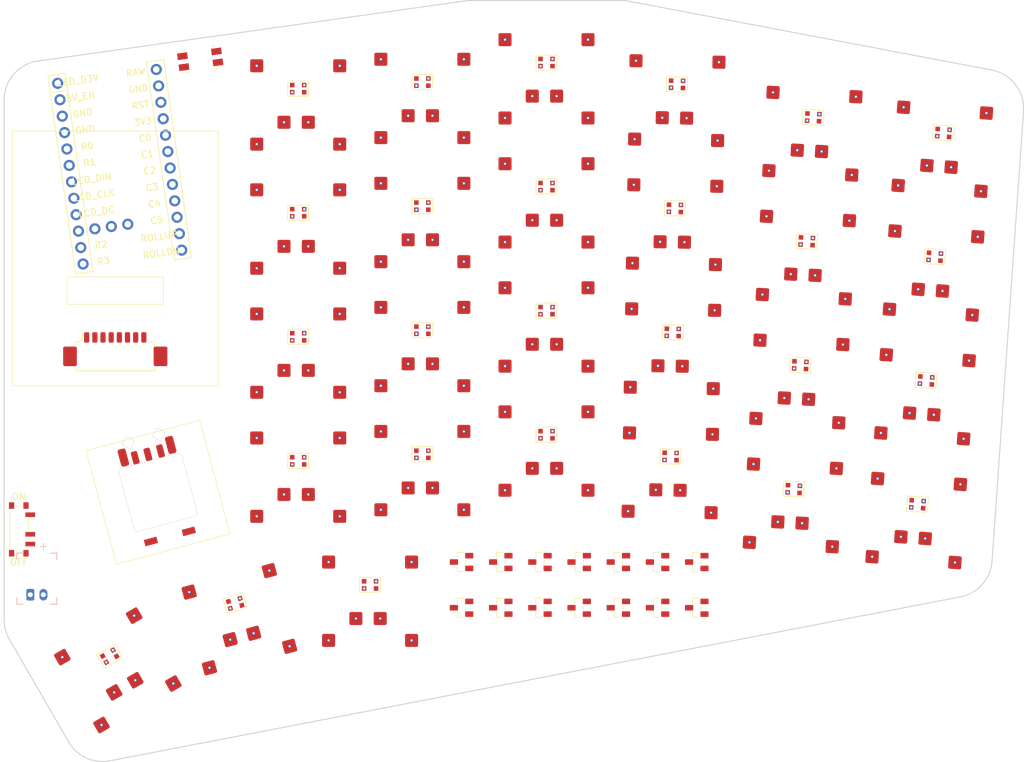
<source format=kicad_pcb>
(kicad_pcb (version 20240108) (generator "ergogen") (generator_version "4.1.0")
  (title_block (title "toomanykeys_right_unrouted") (date "2025-06-08") (rev "0.1") (company "huntercook"))
  (layers (0 "F.Cu" signal) (31 "B.Cu" signal) (34 "B.Paste" user) (35 "F.Paste" user) (36 "B.SilkS" user "B.Silkscreen") (37 "F.SilkS" user "F.Silkscreen") (38 "B.Mask" user) (39 "F.Mask" user) (44 "Edge.Cuts" user))
  (net 0 "")
  (net 1 "RAW")
  (net 2 "GND")
  (net 3 "RST")
  (net 4 "3V3")
  (net 5 "C0")
  (net 6 "C1")
  (net 7 "C2")
  (net 8 "C3")
  (net 9 "C4")
  (net 10 "C5")
  (net 11 "ROLLUP")
  (net 12 "ROLLDN")
  (net 13 "LED_D3V")
  (net 14 "5V_EN")
  (net 15 "R0")
  (net 16 "R1")
  (net 17 "LCD_DIN")
  (net 18 "LCD_CLK")
  (net 19 "LCD_DC")
  (net 20 "LCD_BL")
  (net 21 "R2")
  (net 22 "R3")
  (net 23 "R4")
  (net 24 "LCD_CS")
  (net 25 "LCD_RST")
  (net 26 "MCU1_24")
  (net 27 "MCU1_1")
  (net 28 "MCU1_23")
  (net 29 "MCU1_2")
  (net 30 "MCU1_22")
  (net 31 "MCU1_3")
  (net 32 "MCU1_21")
  (net 33 "MCU1_4")
  (net 34 "MCU1_20")
  (net 35 "MCU1_5")
  (net 36 "MCU1_19")
  (net 37 "MCU1_6")
  (net 38 "MCU1_18")
  (net 39 "MCU1_7")
  (net 40 "MCU1_17")
  (net 41 "MCU1_8")
  (net 42 "MCU1_16")
  (net 43 "MCU1_9")
  (net 44 "MCU1_15")
  (net 45 "MCU1_10")
  (net 46 "MCU1_14")
  (net 47 "MCU1_11")
  (net 48 "MCU1_13")
  (net 49 "MCU1_12")
  (net 50 "mirror_outer_bottom")
  (net 51 "mirror_outer_home")
  (net 52 "mirror_outer_top")
  (net 53 "mirror_outer_num")
  (net 54 "mirror_pinky_bottom")
  (net 55 "mirror_pinky_home")
  (net 56 "mirror_pinky_top")
  (net 57 "mirror_pinky_num")
  (net 58 "mirror_ring_bottom")
  (net 59 "mirror_ring_home")
  (net 60 "mirror_ring_top")
  (net 61 "mirror_ring_num")
  (net 62 "mirror_middle_bottom")
  (net 63 "mirror_middle_home")
  (net 64 "mirror_middle_top")
  (net 65 "mirror_middle_num")
  (net 66 "mirror_index_bottom")
  (net 67 "mirror_index_home")
  (net 68 "mirror_index_top")
  (net 69 "mirror_index_num")
  (net 70 "mirror_inner_bottom")
  (net 71 "mirror_inner_home")
  (net 72 "mirror_inner_top")
  (net 73 "mirror_inner_num")
  (net 74 "mirror_near_fan")
  (net 75 "mirror_mid_fan")
  (net 76 "mirror_far_fan")
  (net 77 "LED_27")
  (net 78 "LED_26")
  (net 79 "5V")
  (net 80 "LED_25")
  (net 81 "LED_24")
  (net 82 "LED_23")
  (net 83 "LED_19")
  (net 84 "LED_18")
  (net 85 "LED_17")
  (net 86 "LED_16")
  (net 87 "LED_15")
  (net 88 "LED_11")
  (net 89 "LED_10")
  (net 90 "LED_9")
  (net 91 "LED_8")
  (net 92 "LED_7")
  (net 93 "LED_3")
  (net 94 "LED_2")
  (net 95 "LED_1")
  (net 96 "LED_D5V")
  (net 97 "LED_20")
  (net 98 "LED_21")
  (net 99 "LED_22")
  (net 100 "LED_12")
  (net 101 "LED_13")
  (net 102 "LED_14")
  (net 103 "LED_4")
  (net 104 "LED_5")
  (net 105 "LED_6")
  (net 106 "mirror_roller")
  (net 107 "BAT_P")
  (net 108 "JST1_1")
  (net 109 "JST1_2")
  (footprint "ceoloide:mcu_nice_nano" (layer "F.Cu") (at 230.30685530000005 104.5570229 8)
    (property "Reference" "MCU1" hide)
  )
  (footprint "PG1316S" (at 352.4001822 160 -4) (layer "F.Cu")
    (property "Reference" "S1" hide)
  )
  (footprint "PG1316S" (at 353.72555520000003 141.046283 -4) (layer "F.Cu")
    (property "Reference" "S2" hide)
  )
  (footprint "PG1316S" (at 355.05092820000004 122.09256599999999 -4) (layer "F.Cu")
    (property "Reference" "S3" hide)
  )
  (footprint "PG1316S" (at 356.3763012 103.138849 -4) (layer "F.Cu")
    (property "Reference" "S4" hide)
  )
  (footprint "PG1316S" (at 333.5162217 157.6770629 -3) (layer "F.Cu")
    (property "Reference" "S5" hide)
  )
  (footprint "PG1316S" (at 334.51060490000003 138.70310170000002 -3) (layer "F.Cu")
    (property "Reference" "S6" hide)
  )
  (footprint "PG1316S" (at 335.5049881 119.72914050000001 -3) (layer "F.Cu")
    (property "Reference" "S7" hide)
  )
  (footprint "PG1316S" (at 336.4993713 100.75517930000001 -3) (layer "F.Cu")
    (property "Reference" "S8" hide)
  )
  (footprint "PG1316S" (at 314.7516044 152.6881616 -1) (layer "F.Cu")
    (property "Reference" "S9" hide)
  )
  (footprint "PG1316S" (at 315.0832001 133.6910554 -1) (layer "F.Cu")
    (property "Reference" "S10" hide)
  )
  (footprint "PG1316S" (at 315.4147958 114.6939492 -1) (layer "F.Cu")
    (property "Reference" "S11" hide)
  )
  (footprint "PG1316S" (at 315.7463915 95.696843 -1) (layer "F.Cu")
    (property "Reference" "S12" hide)
  )
  (footprint "PG1316S" (at 295.8068554 149.3570229 0) (layer "F.Cu")
    (property "Reference" "S13" hide)
  )
  (footprint "PG1316S" (at 295.8068554 130.3570229 0) (layer "F.Cu")
    (property "Reference" "S14" hide)
  )
  (footprint "PG1316S" (at 295.8068554 111.3570229 0) (layer "F.Cu")
    (property "Reference" "S15" hide)
  )
  (footprint "PG1316S" (at 295.8068554 92.3570229 0) (layer "F.Cu")
    (property "Reference" "S16" hide)
  )
  (footprint "PG1316S" (at 276.80685530000005 152.3570228 0) (layer "F.Cu")
    (property "Reference" "S17" hide)
  )
  (footprint "PG1316S" (at 276.80685530000005 133.3570228 0) (layer "F.Cu")
    (property "Reference" "S18" hide)
  )
  (footprint "PG1316S" (at 276.80685530000005 114.35702280000001 0) (layer "F.Cu")
    (property "Reference" "S19" hide)
  )
  (footprint "PG1316S" (at 276.80685530000005 95.35702280000001 0) (layer "F.Cu")
    (property "Reference" "S20" hide)
  )
  (footprint "PG1316S" (at 257.80685530000005 153.3570229 0) (layer "F.Cu")
    (property "Reference" "S21" hide)
  )
  (footprint "PG1316S" (at 257.80685530000005 134.3570229 0) (layer "F.Cu")
    (property "Reference" "S22" hide)
  )
  (footprint "PG1316S" (at 257.80685530000005 115.3570229 0) (layer "F.Cu")
    (property "Reference" "S23" hide)
  )
  (footprint "PG1316S" (at 257.80685530000005 96.3570229 0) (layer "F.Cu")
    (property "Reference" "S24" hide)
  )
  (footprint "PG1316S" (at 268.80685530000005 172.3570228 0) (layer "F.Cu")
    (property "Reference" "S25" hide)
  )
  (footprint "PG1316S" (at 248.80685530000002 175.1070228 15) (layer "F.Cu")
    (property "Reference" "S26" hide)
  )
  (footprint "PG1316S" (at 230.2000911 182.9396997 30) (layer "F.Cu")
    (property "Reference" "S27" hide)
  )
  (footprint "LED_WS2812B-2020_PLCC4_2.0x2.0mm" (at 352.5745734 157.5060899 -184) (layer "F.Cu")
    (property "Reference" "LED1" hide)
  )
  (footprint "LED_WS2812B-2020_PLCC4_2.0x2.0mm" (at 353.89994640000003 138.5523729 -184) (layer "F.Cu")
    (property "Reference" "LED2" hide)
  )
  (footprint "LED_WS2812B-2020_PLCC4_2.0x2.0mm" (at 355.22531940000005 119.5986559 -184) (layer "F.Cu")
    (property "Reference" "LED3" hide)
  )
  (footprint "LED_WS2812B-2020_PLCC4_2.0x2.0mm" (at 356.5506924 100.6449389 -184) (layer "F.Cu")
    (property "Reference" "LED4" hide)
  )
  (footprint "LED_WS2812B-2020_PLCC4_2.0x2.0mm" (at 314.7952354 150.1885424 -181) (layer "F.Cu")
    (property "Reference" "LED5" hide)
  )
  (footprint "LED_WS2812B-2020_PLCC4_2.0x2.0mm" (at 315.1268311 131.1914362 -181) (layer "F.Cu")
    (property "Reference" "LED6" hide)
  )
  (footprint "LED_WS2812B-2020_PLCC4_2.0x2.0mm" (at 315.4584268 112.19433000000001 -181) (layer "F.Cu")
    (property "Reference" "LED7" hide)
  )
  (footprint "LED_WS2812B-2020_PLCC4_2.0x2.0mm" (at 315.7900225 93.1972238 -181) (layer "F.Cu")
    (property "Reference" "LED8" hide)
  )
  (footprint "LED_WS2812B-2020_PLCC4_2.0x2.0mm" (at 276.80685530000005 149.8570228 -180) (layer "F.Cu")
    (property "Reference" "LED9" hide)
  )
  (footprint "LED_WS2812B-2020_PLCC4_2.0x2.0mm" (at 276.80685530000005 130.8570228 -180) (layer "F.Cu")
    (property "Reference" "LED10" hide)
  )
  (footprint "LED_WS2812B-2020_PLCC4_2.0x2.0mm" (at 276.80685530000005 111.85702280000001 -180) (layer "F.Cu")
    (property "Reference" "LED11" hide)
  )
  (footprint "LED_WS2812B-2020_PLCC4_2.0x2.0mm" (at 276.80685530000005 92.85702280000001 -180) (layer "F.Cu")
    (property "Reference" "LED12" hide)
  )
  (footprint "LED_WS2812B-2020_PLCC4_2.0x2.0mm" (at 268.80685530000005 169.8570228 -180) (layer "F.Cu")
    (property "Reference" "LED13" hide)
  )
  (footprint "LED_WS2812B-2020_PLCC4_2.0x2.0mm" (at 248.15980770000002 172.6922082 -165) (layer "F.Cu")
    (property "Reference" "LED14" hide)
  )
  (footprint "LED_WS2812B-2020_PLCC4_2.0x2.0mm" (at 228.9500911 180.7746362 -150) (layer "F.Cu")
    (property "Reference" "LED15" hide)
  )
  (footprint "LED_WS2812B-2020_PLCC4_2.0x2.0mm" (at 333.64706160000003 155.18048910000002 -3) (layer "F.Cu")
    (property "Reference" "LED16" hide)
  )
  (footprint "LED_WS2812B-2020_PLCC4_2.0x2.0mm" (at 334.64144480000004 136.20652790000003 -3) (layer "F.Cu")
    (property "Reference" "LED17" hide)
  )
  (footprint "LED_WS2812B-2020_PLCC4_2.0x2.0mm" (at 335.635828 117.2325667 -3) (layer "F.Cu")
    (property "Reference" "LED18" hide)
  )
  (footprint "LED_WS2812B-2020_PLCC4_2.0x2.0mm" (at 336.6302112 98.25860550000002 -3) (layer "F.Cu")
    (property "Reference" "LED19" hide)
  )
  (footprint "LED_WS2812B-2020_PLCC4_2.0x2.0mm" (at 295.8068554 146.8570229 0) (layer "F.Cu")
    (property "Reference" "LED20" hide)
  )
  (footprint "LED_WS2812B-2020_PLCC4_2.0x2.0mm" (at 295.8068554 127.8570229 0) (layer "F.Cu")
    (property "Reference" "LED21" hide)
  )
  (footprint "LED_WS2812B-2020_PLCC4_2.0x2.0mm" (at 295.8068554 108.8570229 0) (layer "F.Cu")
    (property "Reference" "LED22" hide)
  )
  (footprint "LED_WS2812B-2020_PLCC4_2.0x2.0mm" (at 295.8068554 89.8570229 0) (layer "F.Cu")
    (property "Reference" "LED23" hide)
  )
  (footprint "LED_WS2812B-2020_PLCC4_2.0x2.0mm" (at 257.80685530000005 150.8570229 0) (layer "F.Cu")
    (property "Reference" "LED24" hide)
  )
  (footprint "LED_WS2812B-2020_PLCC4_2.0x2.0mm" (at 257.80685530000005 131.8570229 0) (layer "F.Cu")
    (property "Reference" "LED25" hide)
  )
  (footprint "LED_WS2812B-2020_PLCC4_2.0x2.0mm" (at 257.80685530000005 112.8570229 0) (layer "F.Cu")
    (property "Reference" "LED26" hide)
  )
  (footprint "LED_WS2812B-2020_PLCC4_2.0x2.0mm" (at 257.80685530000005 93.8570229 0) (layer "F.Cu")
    (property "Reference" "LED27" hide)
  )
  (footprint "CKW12" (at 236.3513555 155.6683879 -255) (layer "F.Cu")
    (property "Reference" "RE1" hide)
    (fp_line (start -5 4.5) (end -5 -4.5) (stroke (width 0.05)) (layer "Edge.Cuts"))
    (fp_line (start -4.5 -5) (end 4.5 -5) (stroke (width 0.05)) (layer "Edge.Cuts"))
    (fp_line (start -4.5 5) (end 4.5 5) (stroke (width 0.05)) (layer "Edge.Cuts"))
    (fp_line (start 4.5 5) (end 5 4.5) (stroke (width 0.05)) (layer "Edge.Cuts"))
    (fp_line (start 5 -4.5) (end 5 4.5) (stroke (width 0.05)) (layer "Edge.Cuts"))
    (fp_line (start 7.545076 -2.333604) (end 8.393604 -1.485076) (stroke (width 0.05)) (layer "Edge.Cuts"))
    (fp_line (start 7.54934 2.541472) (end 8.397868 3.39) (stroke (width 0.05)) (layer "Edge.Cuts"))
    (fp_line (start 8.393604 -3.394264) (end 7.545076 -2.545736) (stroke (width 0.05)) (layer "Edge.Cuts"))
    (fp_line (start 8.397868 1.480812) (end 7.54934 2.32934) (stroke (width 0.05)) (layer "Edge.Cuts"))
    (fp_line (start 8.605736 -3.394264) (end 9.454264 -2.545736) (stroke (width 0.05)) (layer "Edge.Cuts"))
    (fp_line (start 8.605736 -1.485076) (end 9.454264 -2.333604) (stroke (width 0.05)) (layer "Edge.Cuts"))
    (fp_line (start 8.61 1.480812) (end 9.458528 2.32934) (stroke (width 0.05)) (layer "Edge.Cuts"))
    (fp_line (start 8.61 3.39) (end 9.458528 2.541472) (stroke (width 0.05)) (layer "Edge.Cuts"))
    (fp_arc (start -5 -4.5) (mid -4.853553 -4.853553) (end -4.5 -5) (stroke (width 0.05)) (layer "Edge.Cuts"))
    (fp_arc (start -4.5 5) (mid -4.853553 4.853553) (end -5 4.5) (stroke (width 0.05)) (layer "Edge.Cuts"))
    (fp_arc (start 4.5 -5) (mid 4.853553 -4.853553) (end 5 -4.5) (stroke (width 0.05)) (layer "Edge.Cuts"))
    (fp_arc (start 7.545076 -2.333604) (mid 7.501142 -2.43967) (end 7.545076 -2.545736) (stroke (width 0.05)) (layer "Edge.Cuts"))
    (fp_arc (start 7.54934 2.541472) (mid 7.505406 2.435406) (end 7.54934 2.32934) (stroke (width 0.05)) (layer "Edge.Cuts"))
    (fp_arc (start 8.393604 -3.394264) (mid 8.49967 -3.438198) (end 8.605736 -3.394264) (stroke (width 0.05)) (layer "Edge.Cuts"))
    (fp_arc (start 8.397868 1.480812) (mid 8.503934 1.436878) (end 8.61 1.480812) (stroke (width 0.05)) (layer "Edge.Cuts"))
    (fp_arc (start 8.605736 -1.485076) (mid 8.49967 -1.441142) (end 8.393604 -1.485076) (stroke (width 0.05)) (layer "Edge.Cuts"))
    (fp_arc (start 8.61 3.39) (mid 8.503934 3.433934) (end 8.397868 3.39) (stroke (width 0.05)) (layer "Edge.Cuts"))
    (fp_arc (start 9.454264 -2.545736) (mid 9.498198 -2.43967) (end 9.454264 -2.333604) (stroke (width 0.05)) (layer "Edge.Cuts"))
    (fp_arc (start 9.458528 2.32934) (mid 9.502462 2.435406) (end 9.458528 2.541472) (stroke (width 0.05)) (layer "Edge.Cuts"))
  )
  (footprint "BAV70 SOT23" (layer "F.Cu") (at 300.8068554 166.3570229 90)
    (property "Reference" "D1" hide)
    (fp_text value "BAV70")
  )
  (footprint "BAV70 SOT23" (layer "F.Cu") (at 318.8068554 166.3570229 90)
    (property "Reference" "D2" hide)
    (fp_text value "BAV70")
  )
  (footprint "BAV70 SOT23" (layer "F.Cu") (at 300.8068554 173.3570229 90)
    (property "Reference" "D3" hide)
    (fp_text value "BAV70")
  )
  (footprint "BAV70 SOT23" (layer "F.Cu") (at 318.8068554 173.3570229 90)
    (property "Reference" "D4" hide)
    (fp_text value "BAV70")
  )
  (footprint "BAV70 SOT23" (layer "F.Cu") (at 294.8068554 166.3570229 90)
    (property "Reference" "D5" hide)
    (fp_text value "BAV70")
  )
  (footprint "BAV70 SOT23" (layer "F.Cu") (at 312.8068554 166.3570229 90)
    (property "Reference" "D6" hide)
    (fp_text value "BAV70")
  )
  (footprint "BAV70 SOT23" (layer "F.Cu") (at 294.8068554 173.3570229 90)
    (property "Reference" "D7" hide)
    (fp_text value "BAV70")
  )
  (footprint "BAV70 SOT23" (layer "F.Cu") (at 312.8068554 173.3570229 90)
    (property "Reference" "D8" hide)
    (fp_text value "BAV70")
  )
  (footprint "BAV70 SOT23" (layer "F.Cu") (at 288.8068554 166.3570229 90)
    (property "Reference" "D9" hide)
    (fp_text value "BAV70")
  )
  (footprint "BAV70 SOT23" (layer "F.Cu") (at 306.8068554 166.3570229 90)
    (property "Reference" "D10" hide)
    (fp_text value "BAV70")
  )
  (footprint "BAV70 SOT23" (layer "F.Cu") (at 288.8068554 173.3570229 90)
    (property "Reference" "D11" hide)
    (fp_text value "BAV70")
  )
  (footprint "BAV70 SOT23" (layer "F.Cu") (at 306.8068554 173.3570229 90)
    (property "Reference" "D12" hide)
    (fp_text value "BAV70")
  )
  (footprint "BAV70 SOT23" (layer "F.Cu") (at 282.8068554 166.3570229 90)
    (property "Reference" "D13" hide)
    (fp_text value "BAV70")
  )
  (footprint "BAV70 SOT23" (layer "F.Cu") (at 282.8068554 173.3570229 90)
    (property "Reference" "D14" hide)
    (fp_text value "BAV70")
  )
  (footprint "ceoloide:power_switch_smd_side" (layer "F.Cu") (at 215.06185530000005 161.3570229 -180)
    (property "Reference" "PWR1" hide)
  )
  (footprint "ceoloide:reset_switch_smd_side" (layer "F.Cu") (at 242.80685530000005 89.3570229 8)
    (property "Reference" "RST1" hide)
  )
  (footprint "ceoloide:battery_connector_jst_ph_2" (layer "B.Cu") (at 217.80685530000005 171.3570229 -180)
    (property "Reference" "JST1" hide)
  )
  (footprint "Molex_PicoBlade_53261-0871_1x08-1MP_P1.25mm_Horizontal" (at 229.80685530000005 134.3570229 0) (layer "F.Cu")
    (property "Reference" "CONN1" hide)
  )
  (footprint "LCD_1.69_Waveshare" (at 229.80685530000005 119.8570229 -180) (layer "F.Cu")
    (property "Reference" "LCD1" hide)
  )
  (footprint "ceoloide:mounting_hole_npth" (layer "F.Cu") (at 347.2377384 90.47051569999999 -4)
    (property "Reference" "MH1" hide)
  )
  (footprint "ceoloide:mounting_hole_npth" (layer "F.Cu") (at 344.7670727 172.2859079 -3)
    (property "Reference" "MH2" hide)
  )
  (footprint "ceoloide:mounting_hole_npth" (layer "F.Cu") (at 308.8068554 83.3570229 0)
    (property "Reference" "MH3" hide)
  )
  (footprint "ceoloide:mounting_hole_npth" (layer "F.Cu") (at 282.8068554 83.3570229 0)
    (property "Reference" "MH4" hide)
  )
  (footprint "ceoloide:mounting_hole_npth" (layer "F.Cu") (at 283.80685530000005 182.3570228 0)
    (property "Reference" "MH5" hide)
  )
  (footprint "ceoloide:mounting_hole_npth" (layer "F.Cu") (at 236.2000911 193.3320045 30)
    (property "Reference" "MH6" hide)
  )
  (footprint "ceoloide:mounting_hole_npth" (layer "F.Cu") (at 215.5398371 177.5473949 30)
    (property "Reference" "MH7" hide)
  )
  (gr_line (start 213.61028372503628 178.19905087220747) (end 222.67133481769255 193.89831689955707) (layer Edge.Cuts) (stroke (width 0.15)))
  (gr_line (start 229.00435794403745 196.7904331773986) (end 359.1460840128654 171.68603677106717) (layer Edge.Cuts) (stroke (width 0.15)))
  (gr_line (start 363.99501674902683 166.21318560125928) (end 368.81219689048135 97.32429966433483) (layer Edge.Cuts) (stroke (width 0.15)))
  (gr_line (start 363.94552040293894 91.01097548618358) (end 308.3612616978289 80.4622377) (layer Edge.Cuts) (stroke (width 0.15)))
  (gr_line (start 307.242553897829 80.3570229) (end 284.22731539941367 80.3570229) (layer Edge.Cuts) (stroke (width 0.15)))
  (gr_line (start 283.3905043974684 80.41566388618946) (end 217.97004429805494 89.62981318298834) (layer Edge.Cuts) (stroke (width 0.15)))
  (gr_line (start 212.80685530000005 95.57117219679888) (end 212.80685530000005 175.19977700209034) (layer Edge.Cuts) (stroke (width 0.15)))
  (gr_arc (start 222.6713347926563 193.89831692943994) (mid 225.3754722926563 196.35686062943995) (end 229.00435799265628 196.79043322943994) (layer Edge.Cuts) (stroke (width 0.15)))
  (gr_arc (start 359.1460840614844 171.68603672310846) (mid 362.50053006148437 169.77357082310846) (end 363.9950167614844 166.21318552310845) (layer Edge.Cuts) (stroke (width 0.15)))
  (gr_arc (start 368.81219690293887 97.32429968618429) (mid 367.57881710293884 93.2426399861843) (end 363.9455204029388 91.0109754861843) (layer Edge.Cuts) (stroke (width 0.15)))
  (gr_arc (start 308.361261697829 80.4622377) (mid 307.804376197829 80.3833845) (end 307.242553897829 80.3570229) (layer Edge.Cuts) (stroke (width 0.15)))
  (gr_arc (start 284.22731539941367 80.3570229) (mid 283.8078837994137 80.37170110000001) (end 283.39050439941366 80.4156639) (layer Edge.Cuts) (stroke (width 0.15)))
  (gr_arc (start 217.97004430000004 89.62981319679888) (mid 214.27801080000006 91.63549349679889) (end 212.80685530000005 95.57117219679888) (layer Edge.Cuts) (stroke (width 0.15)))
  (gr_arc (start 212.80685530000005 175.19977700209034) (mid 213.01119190000006 176.75228630209034) (end 213.61028370000005 178.19905090209033) (layer Edge.Cuts) (stroke (width 0.15)))
)
</source>
